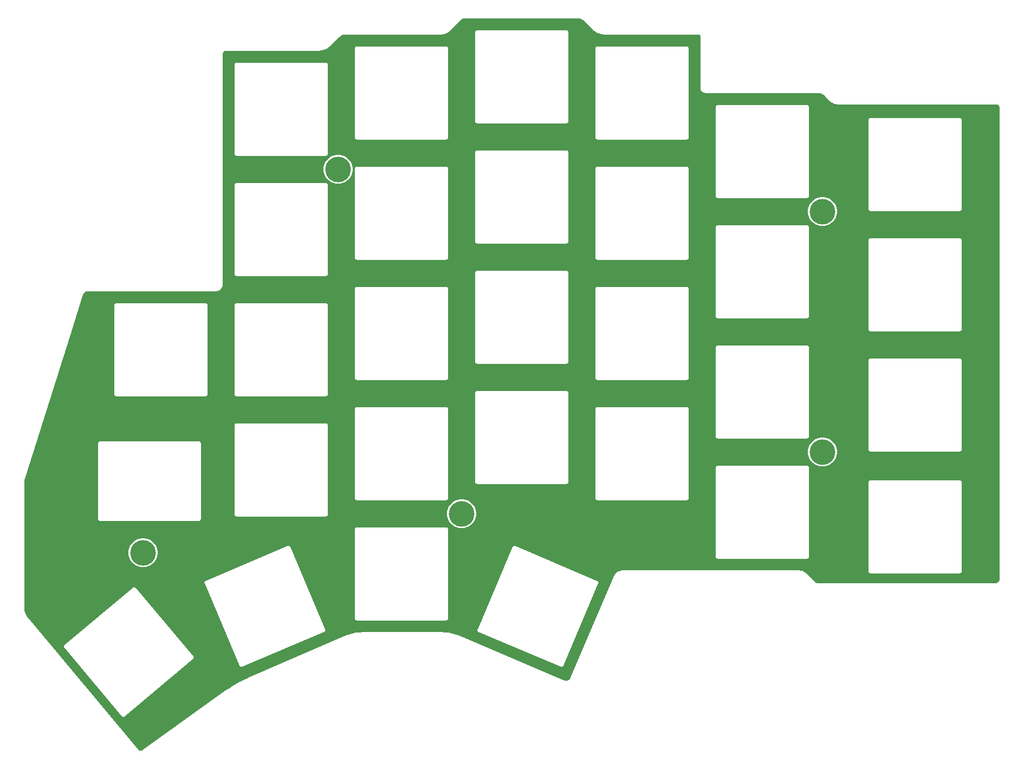
<source format=gbl>
G04*
G04 #@! TF.GenerationSoftware,Altium Limited,Altium Designer,21.0.8 (223)*
G04*
G04 Layer_Physical_Order=2*
G04 Layer_Color=16711680*
%FSLAX25Y25*%
%MOIN*%
G70*
G04*
G04 #@! TF.SameCoordinates,9ABB553C-CB0F-407F-8A1A-30F39C8F7DCC*
G04*
G04*
G04 #@! TF.FilePolarity,Positive*
G04*
G01*
G75*
%ADD11C,0.15748*%
G36*
X383586Y483980D02*
D01*
X383586D01*
X384297Y483980D01*
X385693Y483703D01*
X387007Y483158D01*
X388190Y482368D01*
X388693Y481865D01*
D01*
X393865Y476693D01*
X393886Y476679D01*
X393901Y476659D01*
X394500Y476116D01*
X394565Y476077D01*
X394619Y476023D01*
X395962Y475126D01*
X396055Y475087D01*
X396139Y475031D01*
X397631Y474413D01*
X397730Y474393D01*
X397822Y474355D01*
X399407Y474040D01*
X399483D01*
X399556Y474021D01*
X400364Y473982D01*
X400389Y473985D01*
X400414Y473981D01*
X459000Y473980D01*
D01*
X459195Y473980D01*
X459555Y473831D01*
X459831Y473555D01*
X459980Y473195D01*
X459980Y472999D01*
D01*
X459980Y441000D01*
X459990Y440950D01*
X459985Y440900D01*
X460024Y440510D01*
X460067Y440367D01*
X460096Y440220D01*
X460395Y439499D01*
X460395Y439499D01*
Y439499D01*
X460469Y439388D01*
X460616Y439168D01*
X460616Y439168D01*
X460616Y439168D01*
X461168Y438616D01*
X461168Y438616D01*
X461168Y438616D01*
X461299Y438528D01*
X461498Y438395D01*
X461498Y438395D01*
X461498Y438395D01*
X462219Y438097D01*
X462366Y438067D01*
X462510Y438024D01*
X462900Y437985D01*
X462951Y437990D01*
X463000Y437981D01*
X531586Y437981D01*
X531586D01*
X531586D01*
X532297Y437981D01*
X533693Y437703D01*
X535007Y437158D01*
X536190Y436368D01*
X536693Y435865D01*
D01*
X539572Y432986D01*
X539593Y432972D01*
X539608Y432952D01*
X540032Y432568D01*
X540097Y432529D01*
X540150Y432475D01*
X541100Y431841D01*
X541193Y431802D01*
X541277Y431746D01*
X542332Y431309D01*
X542431Y431289D01*
X542523Y431251D01*
X543644Y431028D01*
X543720D01*
X543793Y431010D01*
X544364Y430982D01*
X544389Y430985D01*
X544414Y430980D01*
X642000Y430980D01*
X642195D01*
X642578Y430904D01*
X642938Y430755D01*
X643262Y430538D01*
X643538Y430263D01*
X643755Y429938D01*
X643904Y429578D01*
X643980Y429194D01*
X643981Y428999D01*
X643980Y139000D01*
X643980Y139000D01*
X643980Y139000D01*
X643981Y138706D01*
X643866Y138130D01*
X643641Y137588D01*
X643315Y137100D01*
X642900Y136685D01*
X642412Y136358D01*
X641869Y136134D01*
X641293Y136020D01*
X641000Y136020D01*
X641000Y136020D01*
X641000Y136020D01*
X533414Y136020D01*
X533414Y136020D01*
X533414Y136020D01*
X532940Y136020D01*
X532011Y136204D01*
X531136Y136567D01*
X530349Y137093D01*
X530014Y137428D01*
X530014Y137428D01*
X530014Y137428D01*
X525428Y142014D01*
X525407Y142028D01*
X525392Y142048D01*
X524968Y142432D01*
X524903Y142471D01*
X524850Y142525D01*
X523900Y143160D01*
X523807Y143198D01*
X523723Y143254D01*
X522668Y143691D01*
X522569Y143711D01*
X522476Y143749D01*
X521356Y143972D01*
X521280Y143972D01*
X521207Y143990D01*
X520636Y144018D01*
X520611Y144015D01*
X520586Y144019D01*
X462000Y144019D01*
X411517Y144019D01*
X411480Y144012D01*
X411442Y144017D01*
X410888Y143976D01*
X410780Y143947D01*
X410669Y143936D01*
X409608Y143618D01*
X409477Y143548D01*
X409339Y143492D01*
X408414Y142882D01*
X408308Y142778D01*
X408193Y142685D01*
X407482Y141834D01*
X407429Y141736D01*
X407359Y141649D01*
X407103Y141156D01*
X407093Y141120D01*
X407072Y141088D01*
X380138Y78236D01*
X380138Y78236D01*
X380138Y78236D01*
X380009Y77934D01*
X379638Y77393D01*
X379169Y76934D01*
X378619Y76575D01*
X378011Y76331D01*
X377366Y76209D01*
X376710Y76216D01*
X376068Y76350D01*
X375766Y76478D01*
X375766Y76478D01*
X375766Y76478D01*
X310920Y104018D01*
X310908Y104021D01*
X310897Y104028D01*
X309770Y104473D01*
X309732Y104480D01*
X309698Y104499D01*
X307384Y105217D01*
X307333Y105223D01*
X307285Y105243D01*
X304912Y105726D01*
X304860Y105726D01*
X304811Y105741D01*
X302400Y105984D01*
X302362Y105980D01*
X302324Y105989D01*
X301113Y106019D01*
X301100Y106017D01*
X301087Y106019D01*
X251851D01*
X251838Y106017D01*
X251825Y106019D01*
X250630Y105989D01*
X250591Y105980D01*
X250552Y105984D01*
X248173Y105741D01*
X248124Y105726D01*
X248071Y105726D01*
X245729Y105243D01*
X245681Y105222D01*
X245629Y105217D01*
X243348Y104499D01*
X243314Y104480D01*
X243275Y104473D01*
X242165Y104028D01*
X242154Y104021D01*
X242141Y104018D01*
X182042Y78142D01*
X182036Y78138D01*
X182029Y78136D01*
X180186Y77313D01*
X180169Y77301D01*
X180149Y77296D01*
X176532Y75502D01*
X176510Y75485D01*
X176484Y75476D01*
X172969Y73491D01*
X172948Y73473D01*
X172922Y73463D01*
X169520Y71292D01*
X169504Y71277D01*
X169485Y71269D01*
X167829Y70115D01*
X167824Y70110D01*
X167818Y70107D01*
X116778Y33528D01*
X116778Y33528D01*
D01*
X116616Y33412D01*
X116254Y33244D01*
X115868Y33146D01*
X115470Y33122D01*
X115074Y33172D01*
X114695Y33295D01*
X114345Y33486D01*
X114037Y33739D01*
X113909Y33892D01*
X113909Y33892D01*
X113909Y33892D01*
X46190Y114777D01*
X45669Y115401D01*
X44857Y116810D01*
X44301Y118338D01*
X44019Y119939D01*
X44019Y120752D01*
X44019Y189338D01*
D01*
X44020Y199497D01*
X44026Y199520D01*
X72896Y291082D01*
Y291082D01*
X80087Y313849D01*
Y313849D01*
X80159Y314078D01*
X80376Y314510D01*
X80659Y314902D01*
X81000Y315246D01*
X81390Y315531D01*
X81820Y315752D01*
X82280Y315902D01*
X82758Y315978D01*
X83000D01*
X100860Y315977D01*
X100929Y315991D01*
X161960D01*
X162028Y315981D01*
X162299Y315992D01*
X162308Y315994D01*
X162344Y315996D01*
X162417Y316015D01*
X162493D01*
X163070Y316129D01*
X163163Y316168D01*
X163261Y316187D01*
X163804Y316412D01*
X163888Y316468D01*
X163981Y316507D01*
X164470Y316833D01*
X164541Y316904D01*
X164624Y316960D01*
X165040Y317376D01*
X165096Y317459D01*
X165167Y317530D01*
X165494Y318019D01*
X165532Y318112D01*
X165588Y318196D01*
X165813Y318739D01*
X165832Y318837D01*
X165871Y318930D01*
X165986Y319507D01*
Y319582D01*
X166004Y319655D01*
X166018Y319941D01*
X166015Y319967D01*
X166019Y319992D01*
X166019Y459000D01*
Y462000D01*
Y462195D01*
X166096Y462578D01*
X166245Y462938D01*
X166462Y463262D01*
X166737Y463538D01*
X167062Y463755D01*
X167422Y463904D01*
X167805Y463980D01*
X225586D01*
X225611Y463985D01*
X225636Y463982D01*
X226444Y464021D01*
X226517Y464040D01*
X226593D01*
X228177Y464355D01*
X228270Y464393D01*
X228369Y464413D01*
X229861Y465031D01*
X229945Y465087D01*
X230038Y465126D01*
X231381Y466023D01*
X231434Y466077D01*
X231499Y466115D01*
X232099Y466659D01*
X232114Y466679D01*
X232135Y466693D01*
X238014Y472572D01*
X238349Y472907D01*
X239136Y473433D01*
X240011Y473796D01*
X240941Y473980D01*
X241415Y473981D01*
X300586D01*
X300611Y473985D01*
X300636Y473982D01*
X301207Y474010D01*
X301280Y474028D01*
X301356D01*
X302477Y474251D01*
X302569Y474289D01*
X302668Y474309D01*
X303723Y474746D01*
X303807Y474802D01*
X303900Y474840D01*
X304850Y475475D01*
X304903Y475529D01*
X304968Y475567D01*
X305392Y475952D01*
X305407Y475972D01*
X305428Y475986D01*
X312014Y482572D01*
X312349Y482907D01*
X313136Y483433D01*
X314011Y483795D01*
X314941Y483980D01*
X315415Y483981D01*
X383586Y483980D01*
D02*
G37*
%LPC*%
G36*
X377500Y476677D02*
X377500D01*
X377500D01*
X322500D01*
X322500D01*
X322500D01*
X322345Y476646D01*
X322110Y476600D01*
X322110Y476599D01*
X322110D01*
X322038Y476570D01*
X322038D01*
X322038D01*
X322038Y476570D01*
X321871Y476458D01*
X321707Y476348D01*
X321652Y476293D01*
X321652Y476293D01*
X321652Y476293D01*
X321533Y476116D01*
X321430Y475962D01*
X321430Y475962D01*
X321430Y475962D01*
X321400Y475890D01*
X321360Y475684D01*
X321323Y475500D01*
Y475461D01*
Y420539D01*
Y420500D01*
X321360Y420316D01*
X321400Y420110D01*
X321430Y420038D01*
X321430Y420038D01*
X321430Y420038D01*
X321533Y419884D01*
X321652Y419707D01*
X321652Y419707D01*
X321652Y419707D01*
X321707Y419652D01*
X321707Y419652D01*
X321707Y419652D01*
X321884Y419533D01*
X322038Y419430D01*
X322038Y419430D01*
X322038Y419430D01*
X322110Y419401D01*
X322316Y419360D01*
X322500Y419323D01*
X377500D01*
X377684Y419360D01*
X377890Y419401D01*
X377962Y419430D01*
X377962Y419430D01*
X377962Y419430D01*
X378116Y419533D01*
X378293Y419652D01*
X378293Y419652D01*
X378293Y419652D01*
X378348Y419707D01*
X378458Y419871D01*
X378570Y420038D01*
X378570Y420038D01*
Y420038D01*
Y420038D01*
X378599Y420110D01*
Y420110D01*
X378600Y420110D01*
X378646Y420345D01*
X378677Y420500D01*
Y420500D01*
Y420500D01*
Y420539D01*
Y475461D01*
Y475500D01*
Y475500D01*
Y475500D01*
X378646Y475655D01*
X378600Y475890D01*
X378599Y475890D01*
Y475890D01*
X378570Y475962D01*
Y475962D01*
Y475962D01*
X378570Y475962D01*
X378458Y476129D01*
X378348Y476293D01*
X378293Y476348D01*
X378129Y476458D01*
X377962Y476570D01*
X377962Y476570D01*
X377962D01*
X377962D01*
X377890Y476599D01*
X377890D01*
X377890Y476600D01*
X377655Y476646D01*
X377500Y476677D01*
D02*
G37*
G36*
X451500Y466677D02*
X451500D01*
X451500D01*
X396500D01*
X396500D01*
X396500D01*
X396345Y466646D01*
X396110Y466600D01*
X396110Y466599D01*
X396110D01*
X396038Y466570D01*
X396038D01*
X396038D01*
X396038Y466570D01*
X395871Y466458D01*
X395707Y466349D01*
X395652Y466293D01*
X395652Y466293D01*
X395652Y466293D01*
X395533Y466116D01*
X395430Y465962D01*
X395430Y465962D01*
X395430Y465962D01*
X395401Y465890D01*
X395360Y465685D01*
X395323Y465500D01*
Y465461D01*
Y410539D01*
Y410500D01*
X395360Y410316D01*
X395401Y410110D01*
X395430Y410038D01*
X395430Y410038D01*
X395430Y410038D01*
X395533Y409884D01*
X395652Y409707D01*
X395652Y409707D01*
X395652Y409707D01*
X395707Y409652D01*
X395707Y409652D01*
X395707Y409652D01*
X395884Y409533D01*
X396038Y409431D01*
X396038Y409431D01*
X396038Y409431D01*
X396110Y409401D01*
X396316Y409360D01*
X396500Y409323D01*
X451500D01*
X451685Y409360D01*
X451890Y409401D01*
X451962Y409431D01*
X451962Y409431D01*
X451962Y409431D01*
X452116Y409533D01*
X452293Y409652D01*
X452293Y409652D01*
X452293Y409652D01*
X452349Y409707D01*
X452458Y409871D01*
X452569Y410038D01*
X452569Y410038D01*
Y410038D01*
Y410038D01*
X452599Y410110D01*
Y410110D01*
X452599Y410110D01*
X452646Y410345D01*
X452677Y410500D01*
Y410500D01*
Y410500D01*
Y410539D01*
Y465461D01*
Y465500D01*
Y465500D01*
Y465500D01*
X452646Y465655D01*
X452599Y465890D01*
X452599Y465890D01*
Y465890D01*
X452569Y465962D01*
Y465962D01*
Y465962D01*
X452569Y465962D01*
X452458Y466129D01*
X452349Y466293D01*
X452293Y466349D01*
X452129Y466458D01*
X451962Y466570D01*
X451962Y466570D01*
X451962D01*
X451962D01*
X451890Y466599D01*
X451890D01*
X451890Y466600D01*
X451655Y466646D01*
X451500Y466677D01*
D02*
G37*
G36*
X303500D02*
X303500D01*
X303500D01*
X248500D01*
X248500D01*
X248500D01*
X248345Y466646D01*
X248110Y466600D01*
X248110Y466599D01*
X248110D01*
X248038Y466570D01*
X248038D01*
X248038D01*
X248038Y466570D01*
X247871Y466458D01*
X247707Y466349D01*
X247652Y466293D01*
X247652Y466293D01*
X247652Y466293D01*
X247533Y466116D01*
X247430Y465962D01*
X247430Y465962D01*
X247430Y465962D01*
X247400Y465890D01*
X247360Y465685D01*
X247323Y465500D01*
Y465461D01*
Y410539D01*
Y410500D01*
X247360Y410316D01*
X247400Y410110D01*
X247430Y410038D01*
X247430Y410038D01*
X247430Y410038D01*
X247533Y409884D01*
X247652Y409707D01*
X247652Y409707D01*
X247652Y409707D01*
X247707Y409652D01*
X247707Y409652D01*
X247707Y409652D01*
X247884Y409533D01*
X248038Y409431D01*
X248038Y409431D01*
X248038Y409431D01*
X248110Y409401D01*
X248316Y409360D01*
X248500Y409323D01*
X303500D01*
X303684Y409360D01*
X303890Y409401D01*
X303962Y409431D01*
X303962Y409431D01*
X303962Y409431D01*
X304116Y409533D01*
X304293Y409652D01*
X304293Y409652D01*
X304293Y409652D01*
X304348Y409707D01*
X304458Y409871D01*
X304570Y410038D01*
X304570Y410038D01*
Y410038D01*
Y410038D01*
X304599Y410110D01*
Y410110D01*
X304599Y410110D01*
X304646Y410345D01*
X304677Y410500D01*
Y410500D01*
Y410500D01*
Y410539D01*
Y465461D01*
Y465500D01*
Y465500D01*
Y465500D01*
X304646Y465655D01*
X304599Y465890D01*
X304599Y465890D01*
Y465890D01*
X304570Y465962D01*
Y465962D01*
Y465962D01*
X304570Y465962D01*
X304458Y466129D01*
X304348Y466293D01*
X304293Y466349D01*
X304129Y466458D01*
X303962Y466570D01*
X303962Y466570D01*
X303962D01*
X303962D01*
X303890Y466599D01*
X303890D01*
X303890Y466600D01*
X303655Y466646D01*
X303500Y466677D01*
D02*
G37*
G36*
X229500Y456677D02*
X229500D01*
X229500D01*
X174500D01*
X174500D01*
X174500D01*
X174345Y456646D01*
X174110Y456600D01*
X174110Y456599D01*
X174110D01*
X174038Y456569D01*
X174038D01*
X174038D01*
X174038Y456569D01*
X173871Y456458D01*
X173707Y456349D01*
X173652Y456293D01*
X173652Y456293D01*
X173651Y456293D01*
X173533Y456116D01*
X173431Y455962D01*
X173431Y455962D01*
X173431Y455962D01*
X173400Y455890D01*
X173360Y455685D01*
X173323Y455500D01*
Y455461D01*
Y400539D01*
Y400500D01*
X173360Y400316D01*
X173400Y400110D01*
X173431Y400038D01*
X173431Y400038D01*
X173431Y400038D01*
X173533Y399884D01*
X173651Y399707D01*
X173652Y399707D01*
X173652Y399707D01*
X173707Y399652D01*
X173707Y399652D01*
X173707Y399652D01*
X173884Y399533D01*
X174038Y399430D01*
X174038Y399430D01*
X174038Y399430D01*
X174110Y399400D01*
X174316Y399360D01*
X174500Y399323D01*
X229500D01*
X229684Y399360D01*
X229890Y399400D01*
X229962Y399430D01*
X229962Y399430D01*
X229962Y399430D01*
X230116Y399533D01*
X230293Y399652D01*
X230293Y399652D01*
X230293Y399652D01*
X230348Y399707D01*
X230458Y399871D01*
X230570Y400038D01*
X230570Y400038D01*
Y400038D01*
Y400038D01*
X230599Y400110D01*
Y400110D01*
X230599Y400110D01*
X230646Y400345D01*
X230677Y400500D01*
Y400500D01*
Y400500D01*
Y400539D01*
Y455461D01*
Y455500D01*
Y455500D01*
Y455500D01*
X230646Y455655D01*
X230599Y455890D01*
X230599Y455890D01*
Y455890D01*
X230570Y455962D01*
Y455962D01*
Y455962D01*
X230570Y455962D01*
X230458Y456129D01*
X230348Y456293D01*
X230293Y456349D01*
X230129Y456458D01*
X229962Y456569D01*
X229962Y456569D01*
X229962D01*
X229962D01*
X229890Y456599D01*
X229890D01*
X229890Y456600D01*
X229655Y456646D01*
X229500Y456677D01*
D02*
G37*
G36*
X525500Y430677D02*
X525500D01*
X525500D01*
X470500D01*
X470500D01*
X470500D01*
X470345Y430646D01*
X470110Y430599D01*
X470110Y430599D01*
X470110D01*
X470038Y430570D01*
X470038D01*
X470038D01*
X470038Y430570D01*
X469871Y430458D01*
X469707Y430348D01*
X469652Y430293D01*
X469652Y430293D01*
X469652Y430293D01*
X469533Y430116D01*
X469430Y429962D01*
X469430Y429962D01*
X469430Y429962D01*
X469401Y429890D01*
X469360Y429684D01*
X469323Y429500D01*
Y429461D01*
Y374539D01*
Y374500D01*
X469360Y374316D01*
X469401Y374110D01*
X469430Y374038D01*
X469430Y374038D01*
X469430Y374038D01*
X469533Y373884D01*
X469652Y373707D01*
X469652Y373707D01*
X469652Y373707D01*
X469707Y373652D01*
X469707Y373652D01*
X469707Y373652D01*
X469884Y373533D01*
X470038Y373430D01*
X470038Y373430D01*
X470038Y373430D01*
X470110Y373400D01*
X470316Y373360D01*
X470500Y373323D01*
X525500D01*
X525684Y373360D01*
X525890Y373400D01*
X525962Y373430D01*
X525962Y373430D01*
X525962Y373430D01*
X526116Y373533D01*
X526293Y373652D01*
X526293Y373652D01*
X526293Y373652D01*
X526348Y373707D01*
X526458Y373871D01*
X526570Y374038D01*
X526570Y374038D01*
Y374038D01*
Y374038D01*
X526599Y374110D01*
Y374110D01*
X526600Y374110D01*
X526646Y374345D01*
X526677Y374500D01*
Y374500D01*
Y374500D01*
Y374539D01*
Y429461D01*
Y429500D01*
Y429500D01*
Y429500D01*
X526646Y429655D01*
X526600Y429890D01*
X526599Y429890D01*
Y429890D01*
X526570Y429962D01*
Y429962D01*
Y429962D01*
X526570Y429962D01*
X526458Y430129D01*
X526348Y430293D01*
X526293Y430348D01*
X526129Y430458D01*
X525962Y430570D01*
X525962Y430570D01*
X525962D01*
X525962D01*
X525890Y430599D01*
X525890D01*
X525890Y430599D01*
X525655Y430646D01*
X525500Y430677D01*
D02*
G37*
G36*
X619500Y422677D02*
X619500D01*
X619500D01*
X564500D01*
X564500D01*
X564500D01*
X564345Y422646D01*
X564110Y422600D01*
X564110Y422599D01*
X564110D01*
X564038Y422570D01*
X564038D01*
X564038D01*
X564038Y422570D01*
X563871Y422458D01*
X563707Y422348D01*
X563652Y422293D01*
X563652Y422293D01*
X563652Y422293D01*
X563533Y422116D01*
X563431Y421962D01*
X563431Y421962D01*
X563431Y421962D01*
X563401Y421890D01*
X563360Y421685D01*
X563323Y421500D01*
Y421461D01*
Y366539D01*
Y366500D01*
X563360Y366316D01*
X563401Y366110D01*
X563431Y366038D01*
X563431Y366038D01*
X563431Y366038D01*
X563533Y365884D01*
X563652Y365707D01*
X563652Y365707D01*
X563652Y365707D01*
X563707Y365651D01*
X563707Y365651D01*
X563707Y365651D01*
X563884Y365533D01*
X564038Y365430D01*
X564038Y365430D01*
X564038Y365430D01*
X564110Y365401D01*
X564316Y365360D01*
X564500Y365323D01*
X619500D01*
X619685Y365360D01*
X619890Y365401D01*
X619962Y365430D01*
X619962Y365430D01*
X619962Y365430D01*
X620116Y365533D01*
X620293Y365651D01*
X620293Y365651D01*
X620293Y365651D01*
X620349Y365707D01*
X620458Y365871D01*
X620570Y366038D01*
X620570Y366038D01*
Y366038D01*
Y366038D01*
X620599Y366110D01*
Y366110D01*
X620600Y366110D01*
X620646Y366345D01*
X620677Y366500D01*
Y366500D01*
Y366500D01*
Y366539D01*
Y421461D01*
Y421500D01*
Y421500D01*
Y421500D01*
X620646Y421655D01*
X620600Y421890D01*
X620599Y421890D01*
Y421890D01*
X620570Y421962D01*
Y421962D01*
Y421962D01*
X620570Y421962D01*
X620458Y422129D01*
X620349Y422293D01*
X620293Y422348D01*
X620129Y422458D01*
X619962Y422570D01*
X619962Y422570D01*
X619962D01*
X619962D01*
X619890Y422599D01*
X619890D01*
X619890Y422600D01*
X619655Y422646D01*
X619500Y422677D01*
D02*
G37*
G36*
X377500Y402677D02*
X377500D01*
X377500D01*
X322500D01*
X322500D01*
X322500D01*
X322345Y402646D01*
X322110Y402599D01*
X322110Y402599D01*
X322110D01*
X322038Y402569D01*
X322038D01*
X322038D01*
X322038Y402569D01*
X321871Y402458D01*
X321707Y402349D01*
X321652Y402293D01*
X321652Y402293D01*
X321652Y402293D01*
X321533Y402116D01*
X321430Y401962D01*
X321430Y401962D01*
X321430Y401962D01*
X321400Y401890D01*
X321360Y401685D01*
X321323Y401500D01*
Y401461D01*
Y346539D01*
Y346500D01*
X321360Y346316D01*
X321400Y346110D01*
X321430Y346038D01*
X321430Y346038D01*
X321430Y346038D01*
X321533Y345884D01*
X321652Y345707D01*
X321652Y345707D01*
X321652Y345707D01*
X321707Y345652D01*
X321707Y345652D01*
X321707Y345652D01*
X321884Y345533D01*
X322038Y345430D01*
X322038Y345430D01*
X322038Y345430D01*
X322110Y345401D01*
X322316Y345360D01*
X322500Y345323D01*
X377500D01*
X377684Y345360D01*
X377890Y345401D01*
X377962Y345430D01*
X377962Y345430D01*
X377962Y345430D01*
X378116Y345533D01*
X378293Y345652D01*
X378293Y345652D01*
X378293Y345652D01*
X378348Y345707D01*
X378458Y345871D01*
X378570Y346038D01*
X378570Y346038D01*
Y346038D01*
Y346038D01*
X378599Y346110D01*
Y346110D01*
X378600Y346110D01*
X378646Y346345D01*
X378677Y346500D01*
Y346500D01*
Y346500D01*
Y346539D01*
Y401461D01*
Y401500D01*
Y401500D01*
Y401500D01*
X378646Y401655D01*
X378600Y401890D01*
X378599Y401890D01*
Y401890D01*
X378570Y401962D01*
Y401962D01*
Y401962D01*
X378570Y401962D01*
X378458Y402129D01*
X378348Y402293D01*
X378293Y402349D01*
X378129Y402458D01*
X377962Y402569D01*
X377962Y402569D01*
X377962D01*
X377962D01*
X377890Y402599D01*
X377890D01*
X377890Y402599D01*
X377655Y402646D01*
X377500Y402677D01*
D02*
G37*
G36*
X451500Y392677D02*
X451500D01*
X451500D01*
X396500D01*
X396500D01*
X396500D01*
X396345Y392646D01*
X396110Y392600D01*
X396110Y392599D01*
X396110D01*
X396038Y392569D01*
X396038D01*
X396038D01*
X396038Y392569D01*
X395871Y392458D01*
X395707Y392349D01*
X395652Y392293D01*
X395652Y392293D01*
X395652Y392293D01*
X395533Y392116D01*
X395430Y391962D01*
X395430Y391962D01*
X395430Y391962D01*
X395401Y391890D01*
X395360Y391685D01*
X395323Y391500D01*
Y391461D01*
Y336539D01*
Y336500D01*
X395360Y336315D01*
X395401Y336110D01*
X395430Y336038D01*
X395430Y336038D01*
X395430Y336038D01*
X395533Y335884D01*
X395652Y335707D01*
X395652Y335707D01*
X395652Y335707D01*
X395707Y335651D01*
X395707Y335651D01*
X395707Y335651D01*
X395884Y335533D01*
X396038Y335431D01*
X396038Y335431D01*
X396038Y335431D01*
X396110Y335401D01*
X396316Y335360D01*
X396500Y335323D01*
X451500D01*
X451685Y335360D01*
X451890Y335401D01*
X451962Y335431D01*
X451962Y335431D01*
X451962Y335431D01*
X452116Y335533D01*
X452293Y335651D01*
X452293Y335651D01*
X452293Y335651D01*
X452349Y335707D01*
X452458Y335871D01*
X452569Y336038D01*
X452569Y336038D01*
Y336038D01*
Y336038D01*
X452599Y336110D01*
Y336110D01*
X452599Y336110D01*
X452646Y336345D01*
X452677Y336500D01*
Y336500D01*
Y336500D01*
Y336539D01*
Y391461D01*
Y391500D01*
Y391500D01*
Y391500D01*
X452646Y391655D01*
X452599Y391890D01*
X452599Y391890D01*
Y391890D01*
X452569Y391962D01*
Y391962D01*
Y391962D01*
X452569Y391962D01*
X452458Y392129D01*
X452349Y392293D01*
X452293Y392349D01*
X452129Y392458D01*
X451962Y392569D01*
X451962Y392569D01*
X451962D01*
X451962D01*
X451890Y392599D01*
X451890D01*
X451890Y392600D01*
X451655Y392646D01*
X451500Y392677D01*
D02*
G37*
G36*
X303500D02*
X303500D01*
X303500D01*
X248500D01*
X248500D01*
X248500D01*
X248345Y392646D01*
X248110Y392600D01*
X248110Y392599D01*
X248110D01*
X248038Y392569D01*
X248038D01*
X248038D01*
X248038Y392569D01*
X247871Y392458D01*
X247707Y392349D01*
X247652Y392293D01*
X247652Y392293D01*
X247652Y392293D01*
X247533Y392116D01*
X247430Y391962D01*
X247430Y391962D01*
X247430Y391962D01*
X247400Y391890D01*
X247360Y391685D01*
X247323Y391500D01*
Y391461D01*
Y336539D01*
Y336500D01*
X247360Y336315D01*
X247400Y336110D01*
X247430Y336038D01*
X247430Y336038D01*
X247430Y336038D01*
X247533Y335884D01*
X247652Y335707D01*
X247652Y335707D01*
X247652Y335707D01*
X247707Y335651D01*
X247707Y335651D01*
X247707Y335651D01*
X247884Y335533D01*
X248038Y335431D01*
X248038Y335431D01*
X248038Y335431D01*
X248110Y335401D01*
X248316Y335360D01*
X248500Y335323D01*
X303500D01*
X303684Y335360D01*
X303890Y335401D01*
X303962Y335431D01*
X303962Y335431D01*
X303962Y335431D01*
X304116Y335533D01*
X304293Y335651D01*
X304293Y335651D01*
X304293Y335651D01*
X304348Y335707D01*
X304458Y335871D01*
X304570Y336038D01*
X304570Y336038D01*
Y336038D01*
Y336038D01*
X304599Y336110D01*
Y336110D01*
X304599Y336110D01*
X304646Y336345D01*
X304677Y336500D01*
Y336500D01*
Y336500D01*
Y336539D01*
Y391461D01*
Y391500D01*
Y391500D01*
Y391500D01*
X304646Y391655D01*
X304599Y391890D01*
X304599Y391890D01*
Y391890D01*
X304570Y391962D01*
Y391962D01*
Y391962D01*
X304570Y391962D01*
X304458Y392129D01*
X304348Y392293D01*
X304293Y392349D01*
X304129Y392458D01*
X303962Y392569D01*
X303962Y392569D01*
X303962D01*
X303962D01*
X303890Y392599D01*
X303890D01*
X303890Y392600D01*
X303655Y392646D01*
X303500Y392677D01*
D02*
G37*
G36*
X229500Y382677D02*
X229500D01*
X229500D01*
X174500D01*
X174500D01*
X174500D01*
X174345Y382646D01*
X174110Y382599D01*
X174110Y382599D01*
X174110D01*
X174038Y382570D01*
X174038D01*
X174038D01*
X174038Y382570D01*
X173871Y382458D01*
X173707Y382348D01*
X173652Y382293D01*
X173652Y382293D01*
X173651Y382293D01*
X173533Y382116D01*
X173431Y381962D01*
X173431Y381962D01*
X173431Y381962D01*
X173400Y381890D01*
X173360Y381684D01*
X173323Y381500D01*
Y381461D01*
Y326539D01*
Y326500D01*
X173360Y326315D01*
X173400Y326110D01*
X173431Y326038D01*
X173431Y326038D01*
X173431Y326038D01*
X173533Y325884D01*
X173651Y325707D01*
X173652Y325707D01*
X173652Y325707D01*
X173707Y325652D01*
X173707Y325652D01*
X173707Y325652D01*
X173884Y325533D01*
X174038Y325430D01*
X174038Y325430D01*
X174038Y325430D01*
X174110Y325400D01*
X174316Y325360D01*
X174500Y325323D01*
X229500D01*
X229684Y325360D01*
X229890Y325400D01*
X229962Y325430D01*
X229962Y325430D01*
X229962Y325430D01*
X230116Y325533D01*
X230293Y325652D01*
X230293Y325652D01*
X230293Y325652D01*
X230348Y325707D01*
X230458Y325871D01*
X230570Y326038D01*
X230570Y326038D01*
Y326038D01*
Y326038D01*
X230599Y326110D01*
Y326110D01*
X230599Y326110D01*
X230646Y326345D01*
X230677Y326500D01*
Y326500D01*
Y326500D01*
Y326539D01*
Y381461D01*
Y381500D01*
Y381500D01*
Y381500D01*
X230646Y381655D01*
X230599Y381890D01*
X230599Y381890D01*
Y381890D01*
X230570Y381962D01*
Y381962D01*
Y381962D01*
X230570Y381962D01*
X230458Y382129D01*
X230348Y382293D01*
X230293Y382348D01*
X230129Y382458D01*
X229962Y382570D01*
X229962Y382570D01*
X229962D01*
X229962D01*
X229890Y382599D01*
X229890D01*
X229890Y382599D01*
X229655Y382646D01*
X229500Y382677D01*
D02*
G37*
G36*
X237874Y399874D02*
X236126D01*
X234412Y399533D01*
X232797Y398864D01*
X231343Y397893D01*
X230107Y396657D01*
X229136Y395203D01*
X228467Y393588D01*
X228126Y391874D01*
Y390126D01*
X228467Y388411D01*
X229136Y386797D01*
X230107Y385343D01*
X231343Y384107D01*
X232797Y383136D01*
X234412Y382467D01*
X236126Y382126D01*
X237874D01*
X239588Y382467D01*
X241203Y383136D01*
X242657Y384107D01*
X243893Y385343D01*
X244864Y386797D01*
X245533Y388411D01*
X245874Y390126D01*
Y391874D01*
X245533Y393588D01*
X244864Y395203D01*
X243893Y396657D01*
X242657Y397893D01*
X241203Y398864D01*
X239588Y399533D01*
X237874Y399874D01*
D02*
G37*
G36*
X525500Y356677D02*
X525500D01*
X525500D01*
X470500D01*
X470500D01*
X470500D01*
X470345Y356646D01*
X470110Y356599D01*
X470110Y356599D01*
X470110D01*
X470038Y356570D01*
X470038D01*
X470038D01*
X470038Y356570D01*
X469871Y356458D01*
X469707Y356348D01*
X469652Y356293D01*
X469652Y356293D01*
X469652Y356293D01*
X469533Y356116D01*
X469430Y355962D01*
X469430Y355962D01*
X469430Y355962D01*
X469401Y355890D01*
X469360Y355684D01*
X469323Y355500D01*
Y355461D01*
Y300539D01*
Y300500D01*
X469360Y300315D01*
X469401Y300110D01*
X469430Y300038D01*
X469430Y300038D01*
X469430Y300038D01*
X469533Y299884D01*
X469652Y299707D01*
X469652Y299707D01*
X469652Y299707D01*
X469707Y299652D01*
X469707Y299652D01*
X469707Y299652D01*
X469884Y299533D01*
X470038Y299430D01*
X470038Y299430D01*
X470038Y299430D01*
X470110Y299400D01*
X470316Y299360D01*
X470500Y299323D01*
X525500D01*
X525684Y299360D01*
X525890Y299400D01*
X525962Y299430D01*
X525962Y299430D01*
X525962Y299430D01*
X526116Y299533D01*
X526293Y299652D01*
X526293Y299652D01*
X526293Y299652D01*
X526348Y299707D01*
X526458Y299871D01*
X526570Y300038D01*
X526570Y300038D01*
Y300038D01*
Y300038D01*
X526599Y300110D01*
Y300110D01*
X526600Y300110D01*
X526646Y300345D01*
X526677Y300500D01*
Y300500D01*
Y300500D01*
Y300539D01*
Y355461D01*
Y355500D01*
Y355500D01*
Y355500D01*
X526646Y355655D01*
X526600Y355890D01*
X526599Y355890D01*
Y355890D01*
X526570Y355962D01*
Y355962D01*
Y355962D01*
X526570Y355962D01*
X526458Y356129D01*
X526348Y356293D01*
X526293Y356348D01*
X526129Y356458D01*
X525962Y356570D01*
X525962Y356570D01*
X525962D01*
X525962D01*
X525890Y356599D01*
X525890D01*
X525890Y356599D01*
X525655Y356646D01*
X525500Y356677D01*
D02*
G37*
G36*
X535874Y373874D02*
X534126D01*
X532411Y373533D01*
X530797Y372864D01*
X529343Y371893D01*
X528107Y370657D01*
X527136Y369203D01*
X526467Y367588D01*
X526126Y365874D01*
Y364126D01*
X526467Y362411D01*
X527136Y360797D01*
X528107Y359343D01*
X529343Y358107D01*
X530797Y357136D01*
X532411Y356467D01*
X534126Y356126D01*
X535874D01*
X537589Y356467D01*
X539203Y357136D01*
X540657Y358107D01*
X541893Y359343D01*
X542864Y360797D01*
X543533Y362411D01*
X543874Y364126D01*
Y365874D01*
X543533Y367588D01*
X542864Y369203D01*
X541893Y370657D01*
X540657Y371893D01*
X539203Y372864D01*
X537589Y373533D01*
X535874Y373874D01*
D02*
G37*
G36*
X619500Y348677D02*
X619500D01*
X619500D01*
X564500D01*
X564500D01*
X564500D01*
X564345Y348646D01*
X564110Y348600D01*
X564110Y348599D01*
X564110D01*
X564038Y348569D01*
X564038D01*
X564038D01*
X564038Y348569D01*
X563871Y348458D01*
X563707Y348348D01*
X563652Y348293D01*
X563652Y348293D01*
X563652Y348293D01*
X563533Y348116D01*
X563431Y347962D01*
X563431Y347962D01*
X563431Y347962D01*
X563401Y347890D01*
X563360Y347685D01*
X563323Y347500D01*
Y347461D01*
Y292539D01*
Y292500D01*
X563360Y292316D01*
X563401Y292110D01*
X563431Y292038D01*
X563431Y292038D01*
X563431Y292038D01*
X563533Y291884D01*
X563652Y291707D01*
X563652Y291707D01*
X563652Y291707D01*
X563707Y291652D01*
X563707Y291652D01*
X563707Y291652D01*
X563884Y291533D01*
X564038Y291430D01*
X564038Y291430D01*
X564038Y291430D01*
X564110Y291401D01*
X564316Y291360D01*
X564500Y291323D01*
X619500D01*
X619685Y291360D01*
X619890Y291401D01*
X619962Y291430D01*
X619962Y291430D01*
X619962Y291430D01*
X620116Y291533D01*
X620293Y291652D01*
X620293Y291652D01*
X620293Y291652D01*
X620349Y291707D01*
X620458Y291871D01*
X620570Y292038D01*
X620570Y292038D01*
Y292038D01*
Y292038D01*
X620599Y292110D01*
Y292110D01*
X620600Y292110D01*
X620646Y292345D01*
X620677Y292500D01*
Y292500D01*
Y292500D01*
Y292539D01*
Y347461D01*
Y347500D01*
Y347500D01*
Y347500D01*
X620646Y347655D01*
X620600Y347890D01*
X620599Y347890D01*
Y347890D01*
X620570Y347962D01*
Y347962D01*
Y347962D01*
X620570Y347962D01*
X620458Y348129D01*
X620349Y348293D01*
X620293Y348348D01*
X620129Y348458D01*
X619962Y348569D01*
X619962Y348569D01*
X619962D01*
X619962D01*
X619890Y348599D01*
X619890D01*
X619890Y348600D01*
X619655Y348646D01*
X619500Y348677D01*
D02*
G37*
G36*
X377500Y328677D02*
X377500D01*
X377500D01*
X322500D01*
X322500D01*
X322500D01*
X322345Y328646D01*
X322110Y328600D01*
X322110Y328599D01*
X322110D01*
X322038Y328570D01*
X322038D01*
X322038D01*
X322038Y328570D01*
X321871Y328458D01*
X321707Y328348D01*
X321652Y328293D01*
X321652Y328293D01*
X321652Y328293D01*
X321533Y328116D01*
X321430Y327962D01*
X321430Y327962D01*
X321430Y327962D01*
X321400Y327890D01*
X321360Y327684D01*
X321323Y327500D01*
Y327461D01*
Y272539D01*
Y272500D01*
X321360Y272316D01*
X321400Y272110D01*
X321430Y272038D01*
X321430Y272038D01*
X321430Y272038D01*
X321533Y271884D01*
X321652Y271707D01*
X321652Y271707D01*
X321652Y271707D01*
X321707Y271652D01*
X321707Y271652D01*
X321707Y271652D01*
X321884Y271533D01*
X322038Y271430D01*
X322038Y271430D01*
X322038Y271430D01*
X322110Y271400D01*
X322316Y271360D01*
X322500Y271323D01*
X377500D01*
X377684Y271360D01*
X377890Y271400D01*
X377962Y271430D01*
X377962Y271430D01*
X377962Y271430D01*
X378116Y271533D01*
X378293Y271652D01*
X378293Y271652D01*
X378293Y271652D01*
X378348Y271707D01*
X378458Y271871D01*
X378570Y272038D01*
X378570Y272038D01*
Y272038D01*
Y272038D01*
X378599Y272110D01*
Y272110D01*
X378600Y272110D01*
X378646Y272345D01*
X378677Y272500D01*
Y272500D01*
Y272500D01*
Y272539D01*
Y327461D01*
Y327500D01*
Y327500D01*
Y327500D01*
X378646Y327655D01*
X378600Y327890D01*
X378599Y327890D01*
Y327890D01*
X378570Y327962D01*
Y327962D01*
Y327962D01*
X378570Y327962D01*
X378458Y328129D01*
X378348Y328293D01*
X378293Y328348D01*
X378129Y328458D01*
X377962Y328570D01*
X377962Y328570D01*
X377962D01*
X377962D01*
X377890Y328599D01*
X377890D01*
X377890Y328600D01*
X377655Y328646D01*
X377500Y328677D01*
D02*
G37*
G36*
X451500Y318677D02*
X451500D01*
X451500D01*
X396500D01*
X396500D01*
X396500D01*
X396345Y318646D01*
X396110Y318600D01*
X396110Y318599D01*
X396110D01*
X396038Y318569D01*
X396038D01*
X396038D01*
X396038Y318569D01*
X395871Y318458D01*
X395707Y318349D01*
X395652Y318293D01*
X395652Y318293D01*
X395652Y318293D01*
X395533Y318116D01*
X395430Y317962D01*
X395430Y317962D01*
X395430Y317962D01*
X395401Y317890D01*
X395360Y317685D01*
X395323Y317500D01*
Y317461D01*
Y262539D01*
Y262500D01*
X395360Y262316D01*
X395401Y262110D01*
X395430Y262038D01*
X395430Y262038D01*
X395430Y262038D01*
X395533Y261884D01*
X395652Y261707D01*
X395652Y261707D01*
X395652Y261707D01*
X395707Y261651D01*
X395707Y261651D01*
X395707Y261651D01*
X395884Y261533D01*
X396038Y261431D01*
X396038Y261431D01*
X396038Y261431D01*
X396110Y261401D01*
X396316Y261360D01*
X396500Y261323D01*
X451500D01*
X451685Y261360D01*
X451890Y261401D01*
X451962Y261431D01*
X451962Y261431D01*
X451962Y261431D01*
X452116Y261533D01*
X452293Y261651D01*
X452293Y261651D01*
X452293Y261651D01*
X452349Y261707D01*
X452458Y261871D01*
X452569Y262038D01*
X452569Y262038D01*
Y262038D01*
Y262038D01*
X452599Y262110D01*
Y262110D01*
X452599Y262110D01*
X452646Y262345D01*
X452677Y262500D01*
Y262500D01*
Y262500D01*
Y262539D01*
Y317461D01*
Y317500D01*
Y317500D01*
Y317500D01*
X452646Y317655D01*
X452599Y317890D01*
X452599Y317890D01*
Y317890D01*
X452569Y317962D01*
Y317962D01*
Y317962D01*
X452569Y317962D01*
X452458Y318129D01*
X452349Y318293D01*
X452293Y318349D01*
X452129Y318458D01*
X451962Y318569D01*
X451962Y318569D01*
X451962D01*
X451962D01*
X451890Y318599D01*
X451890D01*
X451890Y318600D01*
X451655Y318646D01*
X451500Y318677D01*
D02*
G37*
G36*
X303500D02*
X303500D01*
X303500D01*
X248500D01*
X248500D01*
X248500D01*
X248345Y318646D01*
X248110Y318600D01*
X248110Y318599D01*
X248110D01*
X248038Y318569D01*
X248038D01*
X248038D01*
X248038Y318569D01*
X247871Y318458D01*
X247707Y318349D01*
X247652Y318293D01*
X247652Y318293D01*
X247652Y318293D01*
X247533Y318116D01*
X247430Y317962D01*
X247430Y317962D01*
X247430Y317962D01*
X247400Y317890D01*
X247360Y317685D01*
X247323Y317500D01*
Y317461D01*
Y262539D01*
Y262500D01*
X247360Y262316D01*
X247400Y262110D01*
X247430Y262038D01*
X247430Y262038D01*
X247430Y262038D01*
X247533Y261884D01*
X247652Y261707D01*
X247652Y261707D01*
X247652Y261707D01*
X247707Y261651D01*
X247707Y261651D01*
X247707Y261651D01*
X247884Y261533D01*
X248038Y261431D01*
X248038Y261431D01*
X248038Y261431D01*
X248110Y261401D01*
X248316Y261360D01*
X248500Y261323D01*
X303500D01*
X303684Y261360D01*
X303890Y261401D01*
X303962Y261431D01*
X303962Y261431D01*
X303962Y261431D01*
X304116Y261533D01*
X304293Y261651D01*
X304293Y261651D01*
X304293Y261651D01*
X304348Y261707D01*
X304458Y261871D01*
X304570Y262038D01*
X304570Y262038D01*
Y262038D01*
Y262038D01*
X304599Y262110D01*
Y262110D01*
X304599Y262110D01*
X304646Y262345D01*
X304677Y262500D01*
Y262500D01*
Y262500D01*
Y262539D01*
Y317461D01*
Y317500D01*
Y317500D01*
Y317500D01*
X304646Y317655D01*
X304599Y317890D01*
X304599Y317890D01*
Y317890D01*
X304570Y317962D01*
Y317962D01*
Y317962D01*
X304570Y317962D01*
X304458Y318129D01*
X304348Y318293D01*
X304293Y318349D01*
X304129Y318458D01*
X303962Y318569D01*
X303962Y318569D01*
X303962D01*
X303962D01*
X303890Y318599D01*
X303890D01*
X303890Y318600D01*
X303655Y318646D01*
X303500Y318677D01*
D02*
G37*
G36*
X229500Y308677D02*
X229500D01*
X229500D01*
X174500D01*
X174500D01*
X174500D01*
X174345Y308646D01*
X174110Y308599D01*
X174110Y308599D01*
X174110D01*
X174038Y308570D01*
X174038D01*
X174038D01*
X174038Y308570D01*
X173871Y308458D01*
X173707Y308348D01*
X173652Y308293D01*
X173652Y308293D01*
X173651Y308293D01*
X173533Y308116D01*
X173431Y307962D01*
X173431Y307962D01*
X173431Y307962D01*
X173400Y307890D01*
X173360Y307684D01*
X173323Y307500D01*
Y307461D01*
Y252539D01*
Y252500D01*
X173360Y252315D01*
X173400Y252110D01*
X173431Y252038D01*
X173431Y252038D01*
X173431Y252038D01*
X173533Y251884D01*
X173651Y251707D01*
X173652Y251707D01*
X173652Y251707D01*
X173707Y251652D01*
X173707Y251652D01*
X173707Y251652D01*
X173884Y251533D01*
X174038Y251431D01*
X174038Y251431D01*
X174038Y251431D01*
X174110Y251400D01*
X174316Y251360D01*
X174500Y251323D01*
X229500D01*
X229684Y251360D01*
X229890Y251400D01*
X229962Y251431D01*
X229962Y251431D01*
X229962Y251431D01*
X230116Y251533D01*
X230293Y251652D01*
X230293Y251652D01*
X230293Y251652D01*
X230348Y251707D01*
X230458Y251871D01*
X230570Y252038D01*
X230570Y252038D01*
Y252038D01*
Y252038D01*
X230599Y252110D01*
Y252110D01*
X230599Y252110D01*
X230646Y252345D01*
X230677Y252500D01*
Y252500D01*
Y252500D01*
Y252539D01*
Y307461D01*
Y307500D01*
Y307500D01*
Y307500D01*
X230646Y307655D01*
X230599Y307890D01*
X230599Y307890D01*
Y307890D01*
X230570Y307962D01*
Y307962D01*
Y307962D01*
X230570Y307962D01*
X230458Y308129D01*
X230348Y308293D01*
X230293Y308348D01*
X230129Y308458D01*
X229962Y308570D01*
X229962Y308570D01*
X229962D01*
X229962D01*
X229890Y308599D01*
X229890D01*
X229890Y308599D01*
X229655Y308646D01*
X229500Y308677D01*
D02*
G37*
G36*
X155500D02*
X155500D01*
X155500D01*
X100500D01*
X100500D01*
X100500D01*
X100345Y308646D01*
X100110Y308599D01*
X100110Y308599D01*
X100110D01*
X100038Y308570D01*
X100038D01*
X100038D01*
X100038Y308570D01*
X99871Y308458D01*
X99707Y308348D01*
X99651Y308293D01*
X99651Y308293D01*
X99651Y308293D01*
X99533Y308116D01*
X99431Y307962D01*
X99431Y307962D01*
X99431Y307962D01*
X99401Y307890D01*
X99360Y307684D01*
X99323Y307500D01*
Y307461D01*
Y252539D01*
Y252500D01*
X99360Y252315D01*
X99401Y252110D01*
X99431Y252038D01*
X99431Y252038D01*
X99431Y252038D01*
X99533Y251884D01*
X99651Y251707D01*
X99651Y251707D01*
X99651Y251707D01*
X99707Y251652D01*
X99707Y251652D01*
X99707Y251652D01*
X99884Y251533D01*
X100038Y251431D01*
X100038Y251431D01*
X100038Y251431D01*
X100110Y251400D01*
X100315Y251360D01*
X100500Y251323D01*
X155500D01*
X155684Y251360D01*
X155890Y251400D01*
X155962Y251431D01*
X155962Y251431D01*
X155962Y251431D01*
X156116Y251533D01*
X156293Y251652D01*
X156293Y251652D01*
X156293Y251652D01*
X156349Y251707D01*
X156458Y251871D01*
X156570Y252038D01*
X156570Y252038D01*
Y252038D01*
Y252038D01*
X156599Y252110D01*
Y252110D01*
X156599Y252110D01*
X156646Y252345D01*
X156677Y252500D01*
Y252500D01*
Y252500D01*
Y252539D01*
Y307461D01*
Y307500D01*
Y307500D01*
Y307500D01*
X156646Y307655D01*
X156599Y307890D01*
X156599Y307890D01*
Y307890D01*
X156570Y307962D01*
Y307962D01*
Y307962D01*
X156570Y307962D01*
X156458Y308129D01*
X156349Y308293D01*
X156293Y308348D01*
X156129Y308458D01*
X155962Y308570D01*
X155962Y308570D01*
X155962D01*
X155962D01*
X155890Y308599D01*
X155890D01*
X155890Y308599D01*
X155655Y308646D01*
X155500Y308677D01*
D02*
G37*
G36*
X525500Y282677D02*
X525500D01*
X525500D01*
X470500D01*
X470500D01*
X470500D01*
X470345Y282646D01*
X470110Y282599D01*
X470110Y282599D01*
X470110D01*
X470038Y282570D01*
X470038D01*
X470038D01*
X470038Y282570D01*
X469871Y282458D01*
X469707Y282348D01*
X469652Y282293D01*
X469652Y282293D01*
X469652Y282293D01*
X469533Y282116D01*
X469430Y281962D01*
X469430Y281962D01*
X469430Y281962D01*
X469401Y281890D01*
X469360Y281684D01*
X469323Y281500D01*
Y281461D01*
Y226539D01*
Y226500D01*
X469360Y226315D01*
X469401Y226110D01*
X469430Y226038D01*
X469430Y226038D01*
X469430Y226038D01*
X469533Y225884D01*
X469652Y225707D01*
X469652Y225707D01*
X469652Y225707D01*
X469707Y225652D01*
X469707Y225652D01*
X469707Y225652D01*
X469884Y225533D01*
X470038Y225430D01*
X470038Y225430D01*
X470038Y225430D01*
X470110Y225400D01*
X470316Y225360D01*
X470500Y225323D01*
X525500D01*
X525684Y225360D01*
X525890Y225400D01*
X525962Y225430D01*
X525962Y225430D01*
X525962Y225430D01*
X526116Y225533D01*
X526293Y225652D01*
X526293Y225652D01*
X526293Y225652D01*
X526348Y225707D01*
X526458Y225871D01*
X526570Y226038D01*
X526570Y226038D01*
Y226038D01*
Y226038D01*
X526599Y226110D01*
Y226110D01*
X526600Y226110D01*
X526646Y226345D01*
X526677Y226500D01*
Y226500D01*
Y226500D01*
Y226539D01*
Y281461D01*
Y281500D01*
Y281500D01*
Y281500D01*
X526646Y281655D01*
X526600Y281890D01*
X526599Y281890D01*
Y281890D01*
X526570Y281962D01*
Y281962D01*
Y281962D01*
X526570Y281962D01*
X526458Y282129D01*
X526348Y282293D01*
X526293Y282348D01*
X526129Y282458D01*
X525962Y282570D01*
X525962Y282570D01*
X525962D01*
X525962D01*
X525890Y282599D01*
X525890D01*
X525890Y282599D01*
X525655Y282646D01*
X525500Y282677D01*
D02*
G37*
G36*
X619500Y274677D02*
X619500D01*
X619500D01*
X564500D01*
X564500D01*
X564500D01*
X564345Y274646D01*
X564110Y274600D01*
X564110Y274599D01*
X564110D01*
X564038Y274570D01*
X564038D01*
X564038D01*
X564038Y274570D01*
X563871Y274458D01*
X563707Y274348D01*
X563652Y274293D01*
X563652Y274293D01*
X563652Y274293D01*
X563533Y274116D01*
X563431Y273962D01*
X563431Y273962D01*
X563431Y273962D01*
X563401Y273890D01*
X563360Y273685D01*
X563323Y273500D01*
Y273461D01*
Y218539D01*
Y218500D01*
X563360Y218316D01*
X563401Y218110D01*
X563431Y218038D01*
X563431Y218038D01*
X563431Y218038D01*
X563533Y217884D01*
X563652Y217707D01*
X563652Y217707D01*
X563652Y217707D01*
X563707Y217652D01*
X563707Y217652D01*
X563707Y217652D01*
X563884Y217533D01*
X564038Y217430D01*
X564038Y217430D01*
X564038Y217430D01*
X564110Y217401D01*
X564316Y217360D01*
X564500Y217323D01*
X619500D01*
X619685Y217360D01*
X619890Y217401D01*
X619962Y217430D01*
X619962Y217430D01*
X619962Y217430D01*
X620116Y217533D01*
X620293Y217652D01*
X620293Y217652D01*
X620293Y217652D01*
X620349Y217707D01*
X620458Y217871D01*
X620570Y218038D01*
X620570Y218038D01*
Y218038D01*
Y218038D01*
X620599Y218110D01*
Y218110D01*
X620600Y218110D01*
X620646Y218345D01*
X620677Y218500D01*
Y218500D01*
Y218500D01*
Y218539D01*
Y273461D01*
Y273500D01*
Y273500D01*
Y273500D01*
X620646Y273655D01*
X620600Y273890D01*
X620599Y273890D01*
Y273890D01*
X620570Y273962D01*
Y273962D01*
Y273962D01*
X620570Y273962D01*
X620458Y274129D01*
X620349Y274293D01*
X620293Y274348D01*
X620129Y274458D01*
X619962Y274570D01*
X619962Y274570D01*
X619962D01*
X619962D01*
X619890Y274599D01*
X619890D01*
X619890Y274600D01*
X619655Y274646D01*
X619500Y274677D01*
D02*
G37*
G36*
X377500Y254677D02*
X377500D01*
X377500D01*
X322500D01*
X322500D01*
X322500D01*
X322345Y254646D01*
X322110Y254599D01*
X322110Y254599D01*
X322110D01*
X322038Y254570D01*
X322038D01*
X322038D01*
X322038Y254570D01*
X321871Y254458D01*
X321707Y254348D01*
X321652Y254293D01*
X321652Y254293D01*
X321652Y254293D01*
X321533Y254116D01*
X321430Y253962D01*
X321430Y253962D01*
X321430Y253962D01*
X321400Y253890D01*
X321360Y253684D01*
X321323Y253500D01*
Y253461D01*
Y198539D01*
Y198500D01*
X321360Y198316D01*
X321400Y198110D01*
X321430Y198038D01*
X321430Y198038D01*
X321430Y198038D01*
X321533Y197884D01*
X321652Y197707D01*
X321652Y197707D01*
X321652Y197707D01*
X321707Y197652D01*
X321707Y197652D01*
X321707Y197651D01*
X321884Y197533D01*
X322038Y197431D01*
X322038Y197431D01*
X322038Y197431D01*
X322110Y197400D01*
X322316Y197360D01*
X322500Y197323D01*
X377500D01*
X377684Y197360D01*
X377890Y197400D01*
X377962Y197431D01*
X377962Y197431D01*
X377962Y197431D01*
X378116Y197533D01*
X378293Y197651D01*
X378293Y197652D01*
X378293Y197652D01*
X378348Y197707D01*
X378458Y197871D01*
X378570Y198038D01*
X378570Y198038D01*
Y198038D01*
Y198038D01*
X378599Y198110D01*
Y198110D01*
X378600Y198110D01*
X378646Y198345D01*
X378677Y198500D01*
Y198500D01*
Y198500D01*
Y198539D01*
Y253461D01*
Y253500D01*
Y253500D01*
Y253500D01*
X378646Y253655D01*
X378600Y253890D01*
X378599Y253890D01*
Y253890D01*
X378570Y253962D01*
Y253962D01*
Y253962D01*
X378570Y253962D01*
X378458Y254129D01*
X378348Y254293D01*
X378293Y254348D01*
X378129Y254458D01*
X377962Y254570D01*
X377962Y254570D01*
X377962D01*
X377962D01*
X377890Y254599D01*
X377890D01*
X377890Y254599D01*
X377655Y254646D01*
X377500Y254677D01*
D02*
G37*
G36*
X451500Y244677D02*
X451500D01*
X451500D01*
X396500D01*
X396500D01*
X396500D01*
X396345Y244646D01*
X396110Y244600D01*
X396110Y244599D01*
X396110D01*
X396038Y244569D01*
X396038D01*
X396038D01*
X396038Y244569D01*
X395871Y244458D01*
X395707Y244349D01*
X395652Y244293D01*
X395652Y244293D01*
X395652Y244293D01*
X395533Y244116D01*
X395430Y243962D01*
X395430Y243962D01*
X395430Y243962D01*
X395401Y243890D01*
X395360Y243685D01*
X395323Y243500D01*
Y243461D01*
Y188539D01*
Y188500D01*
X395360Y188315D01*
X395401Y188110D01*
X395430Y188038D01*
X395430Y188038D01*
X395430Y188038D01*
X395533Y187884D01*
X395652Y187707D01*
X395652Y187707D01*
X395652Y187707D01*
X395707Y187652D01*
X395707Y187652D01*
X395707Y187651D01*
X395884Y187533D01*
X396038Y187431D01*
X396038Y187431D01*
X396038Y187431D01*
X396110Y187400D01*
X396316Y187360D01*
X396500Y187323D01*
X451500D01*
X451685Y187360D01*
X451890Y187400D01*
X451962Y187431D01*
X451962Y187431D01*
X451962Y187431D01*
X452116Y187533D01*
X452293Y187651D01*
X452293Y187652D01*
X452293Y187652D01*
X452349Y187707D01*
X452458Y187871D01*
X452569Y188038D01*
X452569Y188038D01*
Y188038D01*
Y188038D01*
X452599Y188110D01*
Y188110D01*
X452599Y188110D01*
X452646Y188345D01*
X452677Y188500D01*
Y188500D01*
Y188500D01*
Y188539D01*
Y243461D01*
Y243500D01*
Y243500D01*
Y243500D01*
X452646Y243655D01*
X452599Y243890D01*
X452599Y243890D01*
Y243890D01*
X452569Y243962D01*
Y243962D01*
Y243962D01*
X452569Y243962D01*
X452458Y244129D01*
X452349Y244293D01*
X452293Y244349D01*
X452129Y244458D01*
X451962Y244569D01*
X451962Y244569D01*
X451962D01*
X451962D01*
X451890Y244599D01*
X451890D01*
X451890Y244600D01*
X451655Y244646D01*
X451500Y244677D01*
D02*
G37*
G36*
X303500D02*
X303500D01*
X303500D01*
X248500D01*
X248500D01*
X248500D01*
X248345Y244646D01*
X248110Y244600D01*
X248110Y244599D01*
X248110D01*
X248038Y244569D01*
X248038D01*
X248038D01*
X248038Y244569D01*
X247871Y244458D01*
X247707Y244349D01*
X247652Y244293D01*
X247652Y244293D01*
X247652Y244293D01*
X247533Y244116D01*
X247430Y243962D01*
X247430Y243962D01*
X247430Y243962D01*
X247400Y243890D01*
X247360Y243685D01*
X247323Y243500D01*
Y243461D01*
Y188539D01*
Y188500D01*
X247360Y188315D01*
X247400Y188110D01*
X247430Y188038D01*
X247430Y188038D01*
X247430Y188038D01*
X247533Y187884D01*
X247652Y187707D01*
X247652Y187707D01*
X247652Y187707D01*
X247707Y187652D01*
X247707Y187652D01*
X247707Y187651D01*
X247884Y187533D01*
X248038Y187431D01*
X248038Y187431D01*
X248038Y187431D01*
X248110Y187400D01*
X248316Y187360D01*
X248500Y187323D01*
X303500D01*
X303684Y187360D01*
X303890Y187400D01*
X303962Y187431D01*
X303962Y187431D01*
X303962Y187431D01*
X304116Y187533D01*
X304293Y187651D01*
X304293Y187652D01*
X304293Y187652D01*
X304348Y187707D01*
X304458Y187871D01*
X304570Y188038D01*
X304570Y188038D01*
Y188038D01*
Y188038D01*
X304599Y188110D01*
Y188110D01*
X304599Y188110D01*
X304646Y188345D01*
X304677Y188500D01*
Y188500D01*
Y188500D01*
Y188539D01*
Y243461D01*
Y243500D01*
Y243500D01*
Y243500D01*
X304646Y243655D01*
X304599Y243890D01*
X304599Y243890D01*
Y243890D01*
X304570Y243962D01*
Y243962D01*
Y243962D01*
X304570Y243962D01*
X304458Y244129D01*
X304348Y244293D01*
X304293Y244349D01*
X304129Y244458D01*
X303962Y244569D01*
X303962Y244569D01*
X303962D01*
X303962D01*
X303890Y244599D01*
X303890D01*
X303890Y244600D01*
X303655Y244646D01*
X303500Y244677D01*
D02*
G37*
G36*
X229500Y234677D02*
X229500D01*
X229500D01*
X174500D01*
X174500D01*
X174500D01*
X174345Y234646D01*
X174110Y234599D01*
X174110Y234599D01*
X174110D01*
X174038Y234570D01*
X174038D01*
X174038D01*
X174038Y234570D01*
X173871Y234458D01*
X173707Y234349D01*
X173652Y234293D01*
X173652Y234293D01*
X173651Y234293D01*
X173533Y234116D01*
X173431Y233962D01*
X173431Y233962D01*
X173431Y233962D01*
X173400Y233890D01*
X173360Y233684D01*
X173323Y233500D01*
Y233461D01*
Y178539D01*
Y178500D01*
X173360Y178315D01*
X173400Y178110D01*
X173431Y178038D01*
X173431Y178038D01*
X173431Y178038D01*
X173533Y177884D01*
X173651Y177707D01*
X173652Y177707D01*
X173652Y177707D01*
X173707Y177652D01*
X173707Y177652D01*
X173707Y177651D01*
X173884Y177533D01*
X174038Y177430D01*
X174038Y177430D01*
X174038Y177430D01*
X174110Y177401D01*
X174316Y177360D01*
X174500Y177323D01*
X229500D01*
X229684Y177360D01*
X229890Y177401D01*
X229962Y177430D01*
X229962Y177430D01*
X229962Y177430D01*
X230116Y177533D01*
X230293Y177651D01*
X230293Y177652D01*
X230293Y177652D01*
X230348Y177707D01*
X230458Y177871D01*
X230570Y178038D01*
X230570Y178038D01*
Y178038D01*
Y178038D01*
X230599Y178110D01*
Y178110D01*
X230599Y178110D01*
X230646Y178345D01*
X230677Y178500D01*
Y178500D01*
Y178500D01*
Y178539D01*
Y233461D01*
Y233500D01*
Y233500D01*
Y233500D01*
X230646Y233655D01*
X230599Y233890D01*
X230599Y233890D01*
Y233890D01*
X230570Y233962D01*
Y233962D01*
Y233962D01*
X230570Y233962D01*
X230458Y234129D01*
X230348Y234293D01*
X230293Y234349D01*
X230129Y234458D01*
X229962Y234570D01*
X229962Y234570D01*
X229962D01*
X229962D01*
X229890Y234599D01*
X229890D01*
X229890Y234599D01*
X229655Y234646D01*
X229500Y234677D01*
D02*
G37*
G36*
X90732Y223642D02*
X90732Y223642D01*
X90682Y223642D01*
X90681Y223642D01*
X90681Y223642D01*
X90502Y223606D01*
X90433Y223592D01*
X90410Y223589D01*
X90405Y223587D01*
X90291Y223564D01*
X90291Y223564D01*
X90291Y223564D01*
X90197Y223525D01*
X90197D01*
X89976Y223377D01*
X89866Y223304D01*
Y223304D01*
X89866D01*
X89794Y223232D01*
Y223232D01*
X89794D01*
X89721Y223122D01*
X89573Y222901D01*
Y222901D01*
X89534Y222807D01*
X89534Y222807D01*
X89534Y222807D01*
X89492Y222597D01*
X89457Y222417D01*
X89457Y222417D01*
X89457Y222417D01*
X89457Y222366D01*
Y175665D01*
X89457Y175608D01*
X89457Y175608D01*
X89457Y175608D01*
X89494Y175421D01*
X89534Y175218D01*
X89534Y175218D01*
X89534Y175218D01*
X89578Y175112D01*
X89578Y175112D01*
Y175112D01*
X89711Y174913D01*
X89799Y174782D01*
X89799Y174782D01*
X89799Y174782D01*
X89880Y174701D01*
X89880Y174701D01*
X89880Y174701D01*
X90037Y174596D01*
X90211Y174480D01*
X90211Y174480D01*
X90211Y174480D01*
X90316Y174436D01*
D01*
X90317Y174436D01*
X90566Y174386D01*
X90707Y174358D01*
X90707D01*
X90707D01*
X90764Y174358D01*
X151165Y174358D01*
X151165Y174358D01*
X151231Y174358D01*
X151232Y174358D01*
X151232Y174358D01*
X151416Y174395D01*
X151622Y174436D01*
X151622Y174436D01*
X151622Y174436D01*
X151745Y174487D01*
X151745Y174487D01*
X151745Y174487D01*
X151911Y174598D01*
X152076Y174708D01*
X152076Y174708D01*
X152076Y174708D01*
X152170Y174802D01*
X152170Y174802D01*
X152170Y174802D01*
X152275Y174959D01*
X152391Y175133D01*
X152391Y175133D01*
X152391Y175133D01*
X152442Y175256D01*
X152442Y175256D01*
X152442Y175256D01*
X152483Y175462D01*
X152520Y175646D01*
X152520Y175646D01*
X152520Y175646D01*
X152520Y175713D01*
X152520Y222319D01*
X152520Y222319D01*
X152520Y222379D01*
X152520Y222379D01*
X152520Y222379D01*
X152490Y222527D01*
X152488Y222572D01*
X152477Y222595D01*
X152442Y222769D01*
X152442Y222769D01*
X152442Y222769D01*
X152396Y222881D01*
X152396Y222881D01*
X152396Y222881D01*
X152299Y223026D01*
X152175Y223211D01*
X152175Y223211D01*
X152175Y223212D01*
X152090Y223297D01*
X152090Y223297D01*
X152090Y223297D01*
X151862Y223449D01*
X151759Y223518D01*
X151759Y223518D01*
X151759Y223518D01*
X151647Y223564D01*
X151647Y223564D01*
X151647Y223564D01*
X151473Y223599D01*
X151257Y223642D01*
X151257Y223642D01*
X151257Y223642D01*
X151197Y223642D01*
X90732Y223642D01*
D02*
G37*
G36*
X525500Y208677D02*
X525500D01*
X525500D01*
X470500D01*
X470500D01*
X470500D01*
X470345Y208646D01*
X470110Y208599D01*
X470110Y208599D01*
X470110D01*
X470038Y208570D01*
X470038D01*
X470038D01*
X470038Y208570D01*
X469871Y208458D01*
X469707Y208348D01*
X469652Y208293D01*
X469652Y208293D01*
X469652Y208293D01*
X469533Y208116D01*
X469430Y207962D01*
X469430Y207962D01*
X469430Y207962D01*
X469401Y207890D01*
X469360Y207684D01*
X469323Y207500D01*
Y207461D01*
Y152539D01*
Y152500D01*
X469360Y152315D01*
X469401Y152110D01*
X469430Y152038D01*
X469430Y152038D01*
X469430Y152038D01*
X469533Y151884D01*
X469652Y151707D01*
X469652Y151707D01*
X469652Y151707D01*
X469707Y151652D01*
X469707Y151652D01*
X469707Y151651D01*
X469884Y151533D01*
X470038Y151430D01*
X470038Y151430D01*
X470038Y151430D01*
X470110Y151400D01*
X470316Y151360D01*
X470500Y151323D01*
X525500D01*
X525684Y151360D01*
X525890Y151400D01*
X525962Y151430D01*
X525962Y151430D01*
X525962Y151430D01*
X526116Y151533D01*
X526293Y151651D01*
X526293Y151652D01*
X526293Y151652D01*
X526348Y151707D01*
X526458Y151871D01*
X526570Y152038D01*
X526570Y152038D01*
Y152038D01*
Y152038D01*
X526599Y152110D01*
Y152110D01*
X526600Y152110D01*
X526646Y152345D01*
X526677Y152500D01*
Y152500D01*
Y152500D01*
Y152539D01*
Y207461D01*
Y207500D01*
Y207500D01*
Y207500D01*
X526646Y207655D01*
X526600Y207890D01*
X526599Y207890D01*
Y207890D01*
X526570Y207962D01*
Y207962D01*
Y207962D01*
X526570Y207962D01*
X526458Y208129D01*
X526348Y208293D01*
X526293Y208348D01*
X526129Y208458D01*
X525962Y208570D01*
X525962Y208570D01*
X525962D01*
X525962D01*
X525890Y208599D01*
X525890D01*
X525890Y208599D01*
X525655Y208646D01*
X525500Y208677D01*
D02*
G37*
G36*
X535874Y225874D02*
X534126D01*
X532411Y225533D01*
X530797Y224864D01*
X529343Y223893D01*
X528107Y222657D01*
X527136Y221203D01*
X526467Y219588D01*
X526126Y217874D01*
Y216126D01*
X526467Y214411D01*
X527136Y212797D01*
X528107Y211343D01*
X529343Y210107D01*
X530797Y209136D01*
X532411Y208467D01*
X534126Y208126D01*
X535874D01*
X537589Y208467D01*
X539203Y209136D01*
X540657Y210107D01*
X541893Y211343D01*
X542864Y212797D01*
X543533Y214411D01*
X543874Y216126D01*
Y217874D01*
X543533Y219588D01*
X542864Y221203D01*
X541893Y222657D01*
X540657Y223893D01*
X539203Y224864D01*
X537589Y225533D01*
X535874Y225874D01*
D02*
G37*
G36*
X619500Y199677D02*
X619500D01*
X619500D01*
X564500D01*
X564500D01*
X564500D01*
X564345Y199646D01*
X564110Y199600D01*
X564110Y199600D01*
X564110D01*
X564038Y199569D01*
X564038D01*
X564038D01*
X564038Y199569D01*
X563871Y199458D01*
X563707Y199348D01*
X563652Y199293D01*
X563652Y199293D01*
X563652Y199293D01*
X563533Y199116D01*
X563431Y198962D01*
X563431Y198962D01*
X563431Y198962D01*
X563401Y198890D01*
X563360Y198685D01*
X563323Y198500D01*
Y198461D01*
Y143539D01*
Y143500D01*
X563360Y143315D01*
X563401Y143110D01*
X563431Y143038D01*
X563431Y143038D01*
X563431Y143038D01*
X563533Y142884D01*
X563652Y142707D01*
X563652Y142707D01*
X563652Y142707D01*
X563707Y142651D01*
X563707Y142651D01*
X563707Y142651D01*
X563884Y142533D01*
X564038Y142430D01*
X564038Y142430D01*
X564038Y142430D01*
X564110Y142401D01*
X564316Y142360D01*
X564500Y142323D01*
X619500D01*
X619685Y142360D01*
X619890Y142401D01*
X619962Y142430D01*
X619962Y142430D01*
X619962Y142430D01*
X620116Y142533D01*
X620293Y142651D01*
X620293Y142651D01*
X620293Y142651D01*
X620349Y142707D01*
X620458Y142871D01*
X620570Y143038D01*
X620570Y143038D01*
Y143038D01*
Y143038D01*
X620599Y143110D01*
Y143110D01*
X620600Y143110D01*
X620646Y143345D01*
X620677Y143500D01*
Y143500D01*
Y143500D01*
Y143539D01*
Y198461D01*
Y198500D01*
Y198500D01*
Y198500D01*
X620646Y198655D01*
X620600Y198890D01*
X620599Y198890D01*
Y198890D01*
X620570Y198962D01*
Y198962D01*
Y198962D01*
X620570Y198962D01*
X620458Y199129D01*
X620349Y199293D01*
X620293Y199348D01*
X620129Y199458D01*
X619962Y199569D01*
X619962Y199569D01*
X619962D01*
X619962D01*
X619890Y199600D01*
X619890D01*
X619890Y199600D01*
X619655Y199646D01*
X619500Y199677D01*
D02*
G37*
G36*
X303500Y170677D02*
X303500D01*
X303500D01*
X248500D01*
X248500D01*
X248500D01*
X248345Y170646D01*
X248110Y170599D01*
X248110Y170599D01*
X248110D01*
X248038Y170570D01*
X248038D01*
X248038D01*
X248038Y170570D01*
X247871Y170458D01*
X247707Y170349D01*
X247652Y170293D01*
X247652Y170293D01*
X247652Y170293D01*
X247533Y170116D01*
X247430Y169962D01*
X247430Y169962D01*
X247430Y169962D01*
X247400Y169890D01*
X247360Y169685D01*
X247323Y169500D01*
Y169461D01*
Y114539D01*
Y114500D01*
X247360Y114315D01*
X247400Y114110D01*
X247430Y114038D01*
X247430Y114038D01*
X247430Y114038D01*
X247533Y113884D01*
X247652Y113707D01*
X247652Y113707D01*
X247652Y113707D01*
X247707Y113652D01*
X247707Y113652D01*
X247707Y113651D01*
X247884Y113533D01*
X248038Y113431D01*
X248038Y113431D01*
X248038Y113431D01*
X248110Y113400D01*
X248316Y113360D01*
X248500Y113323D01*
X303500D01*
X303684Y113360D01*
X303890Y113400D01*
X303962Y113431D01*
X303962Y113431D01*
X303962Y113431D01*
X304116Y113533D01*
X304293Y113651D01*
X304293Y113652D01*
X304293Y113652D01*
X304348Y113707D01*
X304458Y113871D01*
X304570Y114038D01*
X304570Y114038D01*
Y114038D01*
Y114038D01*
X304599Y114110D01*
Y114110D01*
X304599Y114110D01*
X304646Y114345D01*
X304677Y114500D01*
Y114500D01*
Y114500D01*
Y114539D01*
Y169461D01*
Y169500D01*
Y169500D01*
Y169500D01*
X304646Y169655D01*
X304599Y169890D01*
X304599Y169890D01*
Y169890D01*
X304570Y169962D01*
Y169962D01*
Y169962D01*
X304570Y169962D01*
X304458Y170129D01*
X304348Y170293D01*
X304293Y170349D01*
X304129Y170458D01*
X303962Y170570D01*
X303962Y170570D01*
X303962D01*
X303962D01*
X303890Y170599D01*
X303890D01*
X303890Y170599D01*
X303655Y170646D01*
X303500Y170677D01*
D02*
G37*
G36*
X313874Y187874D02*
X312126D01*
X310412Y187533D01*
X308797Y186864D01*
X307343Y185893D01*
X306107Y184657D01*
X305136Y183203D01*
X304467Y181588D01*
X304126Y179874D01*
Y178126D01*
X304467Y176412D01*
X305136Y174797D01*
X306107Y173343D01*
X307343Y172107D01*
X308797Y171136D01*
X310412Y170467D01*
X312126Y170126D01*
X313874D01*
X315588Y170467D01*
X317203Y171136D01*
X318657Y172107D01*
X319893Y173343D01*
X320864Y174797D01*
X321533Y176412D01*
X321874Y178126D01*
Y179874D01*
X321533Y181588D01*
X320864Y183203D01*
X319893Y184657D01*
X318657Y185893D01*
X317203Y186864D01*
X315588Y187533D01*
X313874Y187874D01*
D02*
G37*
G36*
X206576Y159224D02*
D01*
X206576D01*
X206498Y159223D01*
X206498Y159223D01*
X206498Y159223D01*
X206306Y159183D01*
X206109Y159142D01*
X206109Y159142D01*
X206109Y159142D01*
X206073Y159127D01*
D01*
X155517Y137668D01*
X155517Y137668D01*
X155517Y137668D01*
X155481Y137652D01*
X155481D01*
X155481D01*
X155481Y137652D01*
X155152Y137428D01*
X155152Y137428D01*
X155097Y137373D01*
X154956Y137157D01*
X154879Y137040D01*
X154879Y137040D01*
X154879Y137040D01*
X154879Y137040D01*
X154850Y136967D01*
X154776Y136576D01*
D01*
Y136576D01*
X154777Y136498D01*
X154777Y136498D01*
X154777Y136498D01*
X154817Y136306D01*
X154858Y136109D01*
X154858Y136109D01*
X154858Y136109D01*
X154873Y136073D01*
Y136073D01*
X176332Y85517D01*
X176332Y85517D01*
X176348Y85481D01*
Y85481D01*
Y85481D01*
X176348Y85481D01*
X176572Y85152D01*
X176572Y85152D01*
X176627Y85097D01*
X176843Y84956D01*
X176960Y84879D01*
X176960Y84879D01*
X176960Y84879D01*
X176960Y84879D01*
X177033Y84850D01*
X177424Y84776D01*
D01*
X177424D01*
X177502Y84777D01*
X177502Y84777D01*
X177502Y84777D01*
X177694Y84817D01*
X177891Y84858D01*
X177891Y84858D01*
X177891Y84858D01*
X177927Y84873D01*
D01*
X228483Y106332D01*
D01*
X228483Y106332D01*
X228519Y106348D01*
X228519D01*
X228519D01*
X228519Y106348D01*
X228848Y106572D01*
X228848Y106572D01*
X228903Y106627D01*
X229044Y106843D01*
X229120Y106960D01*
X229121Y106960D01*
X229121Y106960D01*
X229121Y106960D01*
X229150Y107033D01*
X229224Y107423D01*
D01*
Y107423D01*
X229223Y107502D01*
X229223Y107502D01*
X229223Y107502D01*
X229183Y107694D01*
X229142Y107891D01*
X229142Y107891D01*
X229142Y107891D01*
X229127Y107927D01*
Y107927D01*
X207668Y158483D01*
X207668Y158483D01*
Y158483D01*
X207652Y158519D01*
Y158519D01*
Y158519D01*
X207652Y158519D01*
X207428Y158848D01*
X207428Y158848D01*
X207373Y158903D01*
X207157Y159044D01*
X207040Y159121D01*
X207040Y159121D01*
X207040Y159121D01*
X207040Y159121D01*
X206967Y159150D01*
X206576Y159224D01*
D02*
G37*
G36*
X117874Y163874D02*
X116126D01*
X114412Y163533D01*
X112797Y162864D01*
X111343Y161893D01*
X110107Y160657D01*
X109136Y159203D01*
X108467Y157588D01*
X108126Y155874D01*
Y154126D01*
X108467Y152412D01*
X109136Y150797D01*
X110107Y149343D01*
X111343Y148107D01*
X112797Y147136D01*
X114412Y146467D01*
X116126Y146126D01*
X117874D01*
X119588Y146467D01*
X121203Y147136D01*
X122657Y148107D01*
X123893Y149343D01*
X124864Y150797D01*
X125533Y152412D01*
X125874Y154126D01*
Y155874D01*
X125533Y157588D01*
X124864Y159203D01*
X123893Y160657D01*
X122657Y161893D01*
X121203Y162864D01*
X119588Y163533D01*
X117874Y163874D01*
D02*
G37*
G36*
X345424Y159224D02*
X345033Y159150D01*
X344960Y159121D01*
X344787Y159007D01*
X344627Y158903D01*
X344571Y158848D01*
X344348Y158519D01*
X344348Y158519D01*
X344332Y158483D01*
X344332Y158483D01*
X344332Y158483D01*
X322873Y107927D01*
X322873Y107927D01*
X322858Y107891D01*
X322858Y107891D01*
X322858Y107891D01*
X322814Y107684D01*
X322777Y107502D01*
X322777Y107502D01*
X322777Y107502D01*
X322776Y107423D01*
X322850Y107033D01*
X322879Y106960D01*
X322993Y106787D01*
X323097Y106627D01*
X323152Y106572D01*
X323481Y106348D01*
X323481Y106348D01*
X323517Y106332D01*
X323517Y106332D01*
X323517Y106332D01*
X374073Y84873D01*
X374073Y84873D01*
X374109Y84858D01*
X374109Y84858D01*
X374109Y84858D01*
X374316Y84815D01*
X374498Y84777D01*
X374498Y84777D01*
X374498Y84777D01*
X374576Y84776D01*
X374967Y84850D01*
X375040Y84879D01*
X375213Y84993D01*
X375373Y85097D01*
X375428Y85152D01*
X375652Y85481D01*
X375652Y85481D01*
X375668Y85517D01*
X375668Y85517D01*
X375668Y85517D01*
X397127Y136073D01*
Y136073D01*
X397142Y136109D01*
X397142Y136109D01*
X397142Y136109D01*
X397185Y136316D01*
X397223Y136498D01*
X397223Y136498D01*
X397223Y136498D01*
X397224Y136576D01*
X397150Y136967D01*
X397120Y137040D01*
X397007Y137213D01*
X396902Y137373D01*
X396848Y137428D01*
X396519Y137652D01*
X396519Y137652D01*
X396483Y137668D01*
X396483D01*
X396483Y137668D01*
X345927Y159127D01*
X345927Y159127D01*
X345891Y159142D01*
X345891Y159142D01*
X345891Y159142D01*
X345684Y159186D01*
X345502Y159223D01*
X345502Y159223D01*
X345502Y159223D01*
X345424Y159224D01*
D02*
G37*
G36*
X111703Y133707D02*
X111507Y133686D01*
X111308Y133664D01*
X111308Y133664D01*
X111307D01*
X111233Y133641D01*
X111021Y133524D01*
X110884Y133449D01*
X110884Y133449D01*
X110884Y133449D01*
X110884Y133449D01*
X110854Y133424D01*
X110854Y133424D01*
X110854Y133424D01*
X68782Y98121D01*
X68782Y98121D01*
X68782Y98121D01*
X68752Y98096D01*
X68752Y98096D01*
X68752Y98096D01*
X68752Y98096D01*
X68733Y98072D01*
X68716Y98061D01*
X68716Y98061D01*
X68679Y98005D01*
X68633Y97948D01*
X68503Y97786D01*
X68503Y97786D01*
X68503Y97786D01*
Y97786D01*
X68467Y97716D01*
X68412Y97529D01*
X68355Y97334D01*
X68349Y97256D01*
X68349Y97256D01*
X68349Y97256D01*
X68370Y97060D01*
X68392Y96861D01*
X68392Y96861D01*
Y96861D01*
X68415Y96786D01*
X68532Y96575D01*
X68607Y96438D01*
X68607Y96438D01*
X68607Y96438D01*
X68607Y96437D01*
X68632Y96408D01*
X68632Y96408D01*
X68632Y96408D01*
X103935Y54335D01*
X103935Y54335D01*
X103935Y54335D01*
X103960Y54305D01*
X103960Y54305D01*
X103960Y54305D01*
X103960Y54305D01*
X103984Y54286D01*
X103995Y54270D01*
X104051Y54232D01*
X104108Y54186D01*
X104270Y54056D01*
X104270Y54056D01*
X104270Y54056D01*
X104270D01*
X104340Y54020D01*
X104527Y53966D01*
X104721Y53909D01*
X104799Y53902D01*
X104799Y53902D01*
X104799Y53902D01*
X104996Y53923D01*
X105195Y53945D01*
X105195Y53945D01*
X105195D01*
X105270Y53969D01*
X105481Y54085D01*
X105618Y54160D01*
X105618Y54160D01*
X105619Y54160D01*
X105619Y54160D01*
X105648Y54185D01*
X105648Y54185D01*
X105648Y54185D01*
X147721Y89488D01*
X147721Y89488D01*
X147721Y89488D01*
X147750Y89513D01*
X147750Y89513D01*
X147750Y89513D01*
X147751Y89513D01*
X147869Y89661D01*
X148000Y89824D01*
X148000Y89824D01*
X148000Y89824D01*
Y89824D01*
X148036Y89893D01*
X148090Y90081D01*
X148147Y90275D01*
X148154Y90353D01*
X148154Y90353D01*
X148154Y90353D01*
X148132Y90549D01*
X148111Y90748D01*
X148110Y90748D01*
Y90749D01*
X148087Y90823D01*
X147971Y91035D01*
X147896Y91172D01*
X147896Y91172D01*
X147896Y91172D01*
X147896Y91172D01*
X147871Y91202D01*
X147871Y91202D01*
X147871Y91202D01*
X112568Y133274D01*
X112568Y133274D01*
X112568Y133274D01*
X112543Y133304D01*
X112543Y133304D01*
X112543Y133304D01*
X112542Y133304D01*
X112519Y133323D01*
X112508Y133340D01*
X112451Y133377D01*
X112395Y133423D01*
X112232Y133553D01*
X112232Y133553D01*
X112232Y133553D01*
X112232D01*
X112163Y133589D01*
X111975Y133644D01*
X111781Y133701D01*
X111703Y133707D01*
X111703Y133707D01*
X111703Y133707D01*
D02*
G37*
%LPD*%
D11*
X313000Y179000D02*
D03*
X535000Y217000D02*
D03*
Y365000D02*
D03*
X237000Y391000D02*
D03*
X117000Y155000D02*
D03*
M02*

</source>
